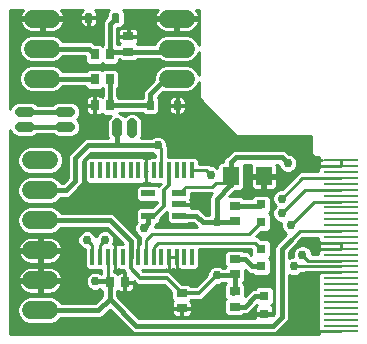
<source format=gtl>
G75*
%MOIN*%
%OFA0B0*%
%FSLAX25Y25*%
%IPPOS*%
%LPD*%
%AMOC8*
5,1,8,0,0,1.08239X$1,22.5*
%
%ADD10R,0.05512X0.06299*%
%ADD11R,0.03150X0.03150*%
%ADD12R,0.03543X0.02756*%
%ADD13R,0.01370X0.05500*%
%ADD14R,0.02756X0.03543*%
%ADD15R,0.11811X0.00984*%
%ADD16C,0.05906*%
%ADD17R,0.04724X0.02165*%
%ADD18C,0.00744*%
%ADD19C,0.03369*%
%ADD20C,0.01000*%
%ADD21C,0.02975*%
%ADD22C,0.01600*%
%ADD23C,0.01200*%
D10*
X0194963Y0166571D03*
X0205987Y0166571D03*
D11*
X0205105Y0157126D03*
X0205105Y0151220D03*
X0205105Y0142362D03*
X0205105Y0136457D03*
X0206089Y0126614D03*
X0206089Y0120709D03*
D12*
X0196247Y0123071D03*
X0196247Y0128189D03*
X0196247Y0133898D03*
X0196247Y0139016D03*
X0196247Y0151614D03*
X0196247Y0156732D03*
X0178633Y0127654D03*
X0178633Y0122535D03*
X0160814Y0208110D03*
X0160814Y0213228D03*
D13*
X0161636Y0168465D03*
X0159077Y0168465D03*
X0156518Y0168465D03*
X0153959Y0168465D03*
X0151400Y0168465D03*
X0148841Y0168465D03*
X0164196Y0168465D03*
X0166755Y0168465D03*
X0169314Y0168465D03*
X0171873Y0168465D03*
X0174432Y0168465D03*
X0176991Y0168465D03*
X0179550Y0168465D03*
X0182109Y0168465D03*
X0182109Y0139677D03*
X0179550Y0139677D03*
X0176991Y0139677D03*
X0174432Y0139677D03*
X0171873Y0139677D03*
X0169314Y0139677D03*
X0166755Y0139677D03*
X0164196Y0139677D03*
X0161636Y0139677D03*
X0159077Y0139677D03*
X0156518Y0139677D03*
X0153959Y0139677D03*
X0151400Y0139677D03*
X0148841Y0139677D03*
D14*
X0154577Y0131244D03*
X0159696Y0131244D03*
X0154711Y0190197D03*
X0149593Y0190197D03*
X0149593Y0198858D03*
X0154711Y0198858D03*
X0154711Y0207126D03*
X0149593Y0207126D03*
D15*
X0231680Y0171890D03*
X0231680Y0169921D03*
X0231680Y0167953D03*
X0231680Y0165984D03*
X0231680Y0164016D03*
X0231680Y0162047D03*
X0231680Y0160079D03*
X0231680Y0158110D03*
X0231680Y0156142D03*
X0231680Y0154173D03*
X0231680Y0152205D03*
X0231680Y0150236D03*
X0231680Y0148268D03*
X0231680Y0146299D03*
X0231680Y0144331D03*
X0231680Y0142362D03*
X0231680Y0140394D03*
X0231680Y0138425D03*
X0231680Y0136457D03*
X0231680Y0134488D03*
X0231680Y0132520D03*
X0231680Y0130551D03*
X0231680Y0128583D03*
X0231680Y0126614D03*
X0231680Y0124646D03*
X0231680Y0122677D03*
X0231680Y0120709D03*
X0231680Y0118740D03*
X0231680Y0116772D03*
X0231680Y0114803D03*
D16*
X0134396Y0121850D02*
X0128491Y0121850D01*
X0128491Y0131850D02*
X0134396Y0131850D01*
X0134396Y0141850D02*
X0128491Y0141850D01*
X0128491Y0151850D02*
X0134396Y0151850D01*
X0134396Y0161850D02*
X0128491Y0161850D01*
X0128491Y0171850D02*
X0134396Y0171850D01*
X0135026Y0199094D02*
X0129121Y0199094D01*
X0129121Y0209094D02*
X0135026Y0209094D01*
X0135026Y0219094D02*
X0129121Y0219094D01*
X0174003Y0219094D02*
X0179908Y0219094D01*
X0179908Y0209094D02*
X0174003Y0209094D01*
X0174003Y0199094D02*
X0179908Y0199094D01*
D17*
X0177743Y0160866D03*
X0177743Y0157126D03*
X0177743Y0153386D03*
X0167506Y0153386D03*
X0167506Y0160866D03*
D18*
X0167229Y0188935D02*
X0168965Y0188935D01*
X0167229Y0188935D02*
X0167229Y0191459D01*
X0168965Y0191459D01*
X0168965Y0188935D01*
X0168965Y0189678D02*
X0167229Y0189678D01*
X0167229Y0190421D02*
X0168965Y0190421D01*
X0168965Y0191164D02*
X0167229Y0191164D01*
X0176284Y0188935D02*
X0178020Y0188935D01*
X0176284Y0188935D02*
X0176284Y0191459D01*
X0178020Y0191459D01*
X0178020Y0188935D01*
X0178020Y0189678D02*
X0176284Y0189678D01*
X0176284Y0190421D02*
X0178020Y0190421D01*
X0178020Y0191164D02*
X0176284Y0191164D01*
X0157548Y0220593D02*
X0155812Y0220593D01*
X0157548Y0220593D02*
X0157548Y0218069D01*
X0155812Y0218069D01*
X0155812Y0220593D01*
X0155812Y0218812D02*
X0157548Y0218812D01*
X0157548Y0219555D02*
X0155812Y0219555D01*
X0155812Y0220298D02*
X0157548Y0220298D01*
X0148493Y0220593D02*
X0146757Y0220593D01*
X0148493Y0220593D02*
X0148493Y0218069D01*
X0146757Y0218069D01*
X0146757Y0220593D01*
X0146757Y0218812D02*
X0148493Y0218812D01*
X0148493Y0219555D02*
X0146757Y0219555D01*
X0146757Y0220298D02*
X0148493Y0220298D01*
D19*
X0141435Y0187933D02*
X0138066Y0187933D01*
X0138066Y0183012D02*
X0141435Y0183012D01*
X0128049Y0183012D02*
X0124681Y0183012D01*
X0124681Y0187933D02*
X0128049Y0187933D01*
X0157172Y0184204D02*
X0157172Y0180835D01*
X0162093Y0180835D02*
X0162093Y0184204D01*
D20*
X0121475Y0181957D02*
X0121475Y0113850D01*
X0224345Y0113850D01*
X0224274Y0114114D01*
X0224274Y0114803D01*
X0224873Y0114803D01*
X0224873Y0114803D01*
X0224274Y0114803D01*
X0224274Y0115402D01*
X0224093Y0115583D01*
X0224093Y0133708D01*
X0224274Y0133889D01*
X0224274Y0134276D01*
X0218232Y0134276D01*
X0217727Y0133771D01*
X0216562Y0133288D01*
X0215301Y0133288D01*
X0214476Y0133630D01*
X0214476Y0119231D01*
X0214098Y0118319D01*
X0213400Y0117621D01*
X0210447Y0114668D01*
X0209536Y0114291D01*
X0162926Y0114291D01*
X0162015Y0114668D01*
X0161317Y0115366D01*
X0154577Y0122105D01*
X0152219Y0119747D01*
X0151307Y0119369D01*
X0138384Y0119369D01*
X0138325Y0119226D01*
X0137021Y0117922D01*
X0135318Y0117217D01*
X0127569Y0117217D01*
X0125866Y0117922D01*
X0124562Y0119226D01*
X0123857Y0120929D01*
X0123857Y0122772D01*
X0124562Y0124475D01*
X0125866Y0125779D01*
X0127569Y0126484D01*
X0135318Y0126484D01*
X0137021Y0125779D01*
X0138325Y0124475D01*
X0138384Y0124331D01*
X0149786Y0124331D01*
X0152096Y0126642D01*
X0152096Y0128198D01*
X0151518Y0128776D01*
X0151518Y0128822D01*
X0150420Y0128367D01*
X0149160Y0128367D01*
X0147995Y0128849D01*
X0147104Y0129741D01*
X0146622Y0130905D01*
X0146622Y0132166D01*
X0147104Y0133330D01*
X0147995Y0134222D01*
X0149160Y0134704D01*
X0150420Y0134704D01*
X0151585Y0134222D01*
X0151778Y0134028D01*
X0151778Y0135246D01*
X0147460Y0135246D01*
X0146475Y0136231D01*
X0146475Y0142146D01*
X0146404Y0142146D01*
X0145239Y0142629D01*
X0144348Y0143520D01*
X0143866Y0144685D01*
X0143866Y0145945D01*
X0144348Y0147110D01*
X0145239Y0148001D01*
X0146404Y0148483D01*
X0147664Y0148483D01*
X0148829Y0148001D01*
X0149720Y0147110D01*
X0149987Y0146466D01*
X0150253Y0147110D01*
X0151145Y0148001D01*
X0152309Y0148483D01*
X0153570Y0148483D01*
X0154734Y0148001D01*
X0155626Y0147110D01*
X0156108Y0145945D01*
X0156108Y0144685D01*
X0155794Y0143927D01*
X0156518Y0143927D01*
X0156518Y0139677D01*
X0156518Y0139677D01*
X0156518Y0135427D01*
X0156140Y0135427D01*
X0156140Y0134697D01*
X0156652Y0134697D01*
X0157265Y0134084D01*
X0157397Y0134216D01*
X0157739Y0134414D01*
X0158120Y0134516D01*
X0159507Y0134516D01*
X0159507Y0131433D01*
X0159885Y0131433D01*
X0162573Y0131433D01*
X0162573Y0131668D01*
X0163806Y0130435D01*
X0172625Y0130435D01*
X0175180Y0127880D01*
X0175180Y0125579D01*
X0175793Y0124966D01*
X0175661Y0124834D01*
X0175463Y0124492D01*
X0175361Y0124111D01*
X0175361Y0122724D01*
X0178443Y0122724D01*
X0178443Y0122346D01*
X0175361Y0122346D01*
X0175361Y0120960D01*
X0175463Y0120578D01*
X0175661Y0120236D01*
X0175940Y0119957D01*
X0176282Y0119760D01*
X0176663Y0119657D01*
X0178444Y0119657D01*
X0178444Y0122346D01*
X0178822Y0122346D01*
X0178822Y0122724D01*
X0181904Y0122724D01*
X0181904Y0124111D01*
X0181802Y0124492D01*
X0181604Y0124834D01*
X0181472Y0124966D01*
X0181878Y0125372D01*
X0185436Y0125372D01*
X0190399Y0130335D01*
X0190971Y0130335D01*
X0192136Y0130818D01*
X0192341Y0131023D01*
X0193554Y0131023D01*
X0192794Y0130263D01*
X0192794Y0126115D01*
X0193279Y0125630D01*
X0192794Y0125145D01*
X0192794Y0120997D01*
X0193779Y0120012D01*
X0198715Y0120012D01*
X0199293Y0120590D01*
X0200087Y0120590D01*
X0200999Y0120967D01*
X0203604Y0123573D01*
X0203656Y0123520D01*
X0203593Y0123484D01*
X0203314Y0123204D01*
X0203117Y0122862D01*
X0203014Y0122481D01*
X0203014Y0120996D01*
X0205802Y0120996D01*
X0205802Y0120421D01*
X0203014Y0120421D01*
X0203014Y0119253D01*
X0164448Y0119253D01*
X0157059Y0126642D01*
X0157059Y0128198D01*
X0157265Y0128404D01*
X0157397Y0128272D01*
X0157739Y0128075D01*
X0158120Y0127972D01*
X0159507Y0127972D01*
X0159507Y0131055D01*
X0159885Y0131055D01*
X0159885Y0131433D01*
X0159885Y0134357D01*
X0159355Y0134886D01*
X0159355Y0135246D01*
X0157696Y0135246D01*
X0157491Y0135451D01*
X0157401Y0135427D01*
X0156518Y0135427D01*
X0156518Y0139677D01*
X0156518Y0139677D01*
X0156518Y0143927D01*
X0157401Y0143927D01*
X0157491Y0143903D01*
X0157696Y0144108D01*
X0158905Y0144108D01*
X0153644Y0149369D01*
X0138384Y0149369D01*
X0138325Y0149226D01*
X0137021Y0147922D01*
X0135318Y0147217D01*
X0127569Y0147217D01*
X0125866Y0147922D01*
X0124562Y0149226D01*
X0123857Y0150929D01*
X0123857Y0152772D01*
X0124562Y0154475D01*
X0125866Y0155779D01*
X0127569Y0156484D01*
X0135318Y0156484D01*
X0137021Y0155779D01*
X0138325Y0154475D01*
X0138384Y0154331D01*
X0155165Y0154331D01*
X0156077Y0153954D01*
X0163042Y0146989D01*
X0163740Y0146291D01*
X0164118Y0145379D01*
X0164118Y0143927D01*
X0164195Y0143927D01*
X0164195Y0139677D01*
X0164196Y0139677D01*
X0164196Y0143927D01*
X0164573Y0143927D01*
X0164573Y0146254D01*
X0164666Y0146347D01*
X0164137Y0146566D01*
X0163246Y0147457D01*
X0162763Y0148622D01*
X0162763Y0149882D01*
X0163246Y0151047D01*
X0163634Y0151435D01*
X0163463Y0151607D01*
X0163463Y0155165D01*
X0164448Y0156150D01*
X0168816Y0156150D01*
X0170344Y0157677D01*
X0170344Y0158102D01*
X0164448Y0158102D01*
X0163463Y0159087D01*
X0163463Y0162645D01*
X0164448Y0163630D01*
X0170565Y0163630D01*
X0170871Y0163323D01*
X0171582Y0164033D01*
X0167932Y0164033D01*
X0167727Y0164239D01*
X0167637Y0164215D01*
X0166755Y0164215D01*
X0166755Y0168464D01*
X0166755Y0168464D01*
X0166755Y0164215D01*
X0165872Y0164215D01*
X0165782Y0164239D01*
X0165577Y0164033D01*
X0147460Y0164033D01*
X0146475Y0165018D01*
X0146475Y0171911D01*
X0147460Y0172896D01*
X0165577Y0172896D01*
X0165782Y0172690D01*
X0165872Y0172715D01*
X0166755Y0172715D01*
X0166755Y0168465D01*
X0166755Y0168465D01*
X0166755Y0172715D01*
X0167637Y0172715D01*
X0167727Y0172690D01*
X0167932Y0172896D01*
X0169692Y0172896D01*
X0169692Y0173781D01*
X0168861Y0174125D01*
X0168656Y0174330D01*
X0148456Y0174330D01*
X0145578Y0171453D01*
X0145578Y0164506D01*
X0145200Y0163595D01*
X0144503Y0162897D01*
X0141353Y0159747D01*
X0140441Y0159369D01*
X0138384Y0159369D01*
X0138325Y0159226D01*
X0137021Y0157922D01*
X0135318Y0157217D01*
X0127569Y0157217D01*
X0125866Y0157922D01*
X0124562Y0159226D01*
X0123857Y0160929D01*
X0123857Y0162772D01*
X0124562Y0164475D01*
X0125866Y0165779D01*
X0127569Y0166484D01*
X0135318Y0166484D01*
X0137021Y0165779D01*
X0138325Y0164475D01*
X0138384Y0164331D01*
X0138920Y0164331D01*
X0140616Y0166028D01*
X0140616Y0172974D01*
X0140994Y0173886D01*
X0145324Y0178216D01*
X0146022Y0178914D01*
X0146934Y0179292D01*
X0154169Y0179292D01*
X0153807Y0180166D01*
X0153807Y0184873D01*
X0154319Y0186110D01*
X0154953Y0186744D01*
X0152637Y0186744D01*
X0152024Y0187357D01*
X0151892Y0187225D01*
X0151550Y0187027D01*
X0151169Y0186925D01*
X0149782Y0186925D01*
X0149782Y0190008D01*
X0149404Y0190008D01*
X0146715Y0190008D01*
X0146715Y0188228D01*
X0146817Y0187846D01*
X0147015Y0187504D01*
X0147294Y0187225D01*
X0147636Y0187027D01*
X0148018Y0186925D01*
X0149404Y0186925D01*
X0149404Y0190008D01*
X0149404Y0190386D01*
X0146715Y0190386D01*
X0146715Y0192166D01*
X0146817Y0192547D01*
X0147015Y0192890D01*
X0147294Y0193169D01*
X0147636Y0193366D01*
X0148018Y0193468D01*
X0149404Y0193468D01*
X0149404Y0190386D01*
X0149782Y0190386D01*
X0149782Y0193468D01*
X0151169Y0193468D01*
X0151550Y0193366D01*
X0151892Y0193169D01*
X0152024Y0193037D01*
X0152230Y0193243D01*
X0152230Y0195812D01*
X0152152Y0195890D01*
X0151667Y0195406D01*
X0147519Y0195406D01*
X0146534Y0196390D01*
X0146534Y0196613D01*
X0139014Y0196613D01*
X0138955Y0196470D01*
X0137651Y0195166D01*
X0135948Y0194461D01*
X0128199Y0194461D01*
X0126496Y0195166D01*
X0125192Y0196470D01*
X0124487Y0198173D01*
X0124487Y0200016D01*
X0125192Y0201719D01*
X0126496Y0203023D01*
X0128199Y0203728D01*
X0135948Y0203728D01*
X0137651Y0203023D01*
X0138955Y0201719D01*
X0139014Y0201576D01*
X0146783Y0201576D01*
X0147519Y0202311D01*
X0151667Y0202311D01*
X0152152Y0201826D01*
X0152637Y0202311D01*
X0156786Y0202311D01*
X0157770Y0201326D01*
X0157770Y0196390D01*
X0157192Y0195812D01*
X0157192Y0193243D01*
X0157757Y0192678D01*
X0165545Y0192678D01*
X0165616Y0192749D01*
X0165616Y0194431D01*
X0165994Y0195342D01*
X0169369Y0198717D01*
X0169369Y0200016D01*
X0170074Y0201719D01*
X0171378Y0203023D01*
X0173081Y0203728D01*
X0180830Y0203728D01*
X0182533Y0203023D01*
X0183837Y0201719D01*
X0184404Y0200349D01*
X0184404Y0207840D01*
X0183837Y0206470D01*
X0182533Y0205166D01*
X0180830Y0204461D01*
X0173081Y0204461D01*
X0171378Y0205166D01*
X0170915Y0205629D01*
X0163860Y0205629D01*
X0163282Y0205051D01*
X0158346Y0205051D01*
X0157770Y0205627D01*
X0157770Y0204658D01*
X0156786Y0203673D01*
X0152637Y0203673D01*
X0152152Y0204158D01*
X0151667Y0203673D01*
X0147519Y0203673D01*
X0146534Y0204658D01*
X0146534Y0206613D01*
X0139014Y0206613D01*
X0138955Y0206470D01*
X0137651Y0205166D01*
X0135948Y0204461D01*
X0128199Y0204461D01*
X0126496Y0205166D01*
X0125192Y0206470D01*
X0124487Y0208173D01*
X0124487Y0210016D01*
X0125192Y0211719D01*
X0126496Y0213023D01*
X0128199Y0213728D01*
X0135948Y0213728D01*
X0137651Y0213023D01*
X0138955Y0211719D01*
X0139014Y0211576D01*
X0148118Y0211576D01*
X0149030Y0211198D01*
X0149649Y0210579D01*
X0151667Y0210579D01*
X0152152Y0210094D01*
X0152230Y0210172D01*
X0152230Y0217856D01*
X0152608Y0218768D01*
X0153306Y0219466D01*
X0153759Y0219918D01*
X0153759Y0221443D01*
X0154371Y0222055D01*
X0149678Y0222055D01*
X0149991Y0221742D01*
X0150237Y0221315D01*
X0150365Y0220839D01*
X0150365Y0219451D01*
X0147745Y0219451D01*
X0147745Y0219211D01*
X0150365Y0219211D01*
X0150365Y0217822D01*
X0150237Y0217346D01*
X0149991Y0216919D01*
X0149642Y0216571D01*
X0149215Y0216324D01*
X0148739Y0216197D01*
X0147745Y0216197D01*
X0147745Y0219211D01*
X0147505Y0219211D01*
X0147505Y0216197D01*
X0146510Y0216197D01*
X0146034Y0216324D01*
X0145607Y0216571D01*
X0145259Y0216919D01*
X0145012Y0217346D01*
X0144885Y0217822D01*
X0144885Y0219211D01*
X0147505Y0219211D01*
X0147505Y0219451D01*
X0144885Y0219451D01*
X0144885Y0220839D01*
X0145012Y0221315D01*
X0145259Y0221742D01*
X0145572Y0222055D01*
X0138363Y0222055D01*
X0138423Y0221995D01*
X0138835Y0221428D01*
X0139153Y0220804D01*
X0139369Y0220137D01*
X0139458Y0219579D01*
X0132558Y0219579D01*
X0132558Y0218610D01*
X0139458Y0218610D01*
X0139369Y0218052D01*
X0139153Y0217385D01*
X0138835Y0216761D01*
X0138423Y0216194D01*
X0137927Y0215698D01*
X0137360Y0215286D01*
X0136736Y0214968D01*
X0136069Y0214751D01*
X0135377Y0214642D01*
X0132558Y0214642D01*
X0132558Y0218610D01*
X0131589Y0218610D01*
X0131589Y0214642D01*
X0128770Y0214642D01*
X0128078Y0214751D01*
X0127411Y0214968D01*
X0126787Y0215286D01*
X0126220Y0215698D01*
X0125724Y0216194D01*
X0125312Y0216761D01*
X0124994Y0217385D01*
X0124778Y0218052D01*
X0124689Y0218610D01*
X0131589Y0218610D01*
X0131589Y0219579D01*
X0124689Y0219579D01*
X0124778Y0220137D01*
X0124994Y0220804D01*
X0125312Y0221428D01*
X0125724Y0221995D01*
X0125784Y0222055D01*
X0121475Y0222055D01*
X0121475Y0188988D01*
X0121828Y0189839D01*
X0122774Y0190786D01*
X0124011Y0191298D01*
X0128718Y0191298D01*
X0129955Y0190786D01*
X0130327Y0190414D01*
X0135788Y0190414D01*
X0136160Y0190786D01*
X0137397Y0191298D01*
X0142104Y0191298D01*
X0143341Y0190786D01*
X0144288Y0189839D01*
X0144800Y0188602D01*
X0144800Y0187264D01*
X0144288Y0186027D01*
X0143734Y0185472D01*
X0144288Y0184918D01*
X0144800Y0183681D01*
X0144800Y0182342D01*
X0144288Y0181105D01*
X0143341Y0180159D01*
X0142104Y0179646D01*
X0137397Y0179646D01*
X0136160Y0180159D01*
X0135788Y0180531D01*
X0130327Y0180531D01*
X0129955Y0180159D01*
X0128718Y0179646D01*
X0124011Y0179646D01*
X0122774Y0180159D01*
X0121828Y0181105D01*
X0121475Y0181957D01*
X0121475Y0181746D02*
X0121562Y0181746D01*
X0121475Y0180748D02*
X0122185Y0180748D01*
X0121475Y0179749D02*
X0123763Y0179749D01*
X0121475Y0178751D02*
X0145859Y0178751D01*
X0144860Y0177752D02*
X0121475Y0177752D01*
X0121475Y0176754D02*
X0143862Y0176754D01*
X0142863Y0175755D02*
X0137045Y0175755D01*
X0137021Y0175779D02*
X0135318Y0176484D01*
X0127569Y0176484D01*
X0125866Y0175779D01*
X0124562Y0174475D01*
X0123857Y0172772D01*
X0123857Y0170929D01*
X0124562Y0169226D01*
X0125866Y0167922D01*
X0127569Y0167217D01*
X0135318Y0167217D01*
X0137021Y0167922D01*
X0138325Y0169226D01*
X0139030Y0170929D01*
X0139030Y0172772D01*
X0138325Y0174475D01*
X0137021Y0175779D01*
X0138043Y0174757D02*
X0141865Y0174757D01*
X0140941Y0173758D02*
X0138622Y0173758D01*
X0139030Y0172760D02*
X0140616Y0172760D01*
X0140616Y0171761D02*
X0139030Y0171761D01*
X0138961Y0170763D02*
X0140616Y0170763D01*
X0140616Y0169764D02*
X0138548Y0169764D01*
X0137865Y0168766D02*
X0140616Y0168766D01*
X0140616Y0167767D02*
X0136647Y0167767D01*
X0137030Y0165770D02*
X0140358Y0165770D01*
X0140616Y0166769D02*
X0121475Y0166769D01*
X0121475Y0167767D02*
X0126240Y0167767D01*
X0125022Y0168766D02*
X0121475Y0168766D01*
X0121475Y0169764D02*
X0124339Y0169764D01*
X0123926Y0170763D02*
X0121475Y0170763D01*
X0121475Y0171761D02*
X0123857Y0171761D01*
X0123857Y0172760D02*
X0121475Y0172760D01*
X0121475Y0173758D02*
X0124265Y0173758D01*
X0124844Y0174757D02*
X0121475Y0174757D01*
X0121475Y0175755D02*
X0125842Y0175755D01*
X0128966Y0179749D02*
X0137149Y0179749D01*
X0142352Y0179749D02*
X0153979Y0179749D01*
X0153807Y0180748D02*
X0143930Y0180748D01*
X0144553Y0181746D02*
X0153807Y0181746D01*
X0153807Y0182745D02*
X0144800Y0182745D01*
X0144775Y0183743D02*
X0153807Y0183743D01*
X0153807Y0184742D02*
X0144361Y0184742D01*
X0144001Y0185740D02*
X0154166Y0185740D01*
X0154947Y0186739D02*
X0144583Y0186739D01*
X0144800Y0187737D02*
X0146880Y0187737D01*
X0146715Y0188736D02*
X0144745Y0188736D01*
X0144331Y0189734D02*
X0146715Y0189734D01*
X0146715Y0190733D02*
X0143395Y0190733D01*
X0146715Y0191731D02*
X0121475Y0191731D01*
X0121475Y0190733D02*
X0122721Y0190733D01*
X0121784Y0189734D02*
X0121475Y0189734D01*
X0121475Y0192730D02*
X0146923Y0192730D01*
X0149404Y0192730D02*
X0149782Y0192730D01*
X0149782Y0191731D02*
X0149404Y0191731D01*
X0149404Y0190733D02*
X0149782Y0190733D01*
X0149782Y0189734D02*
X0149404Y0189734D01*
X0149404Y0188736D02*
X0149782Y0188736D01*
X0149782Y0187737D02*
X0149404Y0187737D01*
X0157611Y0187569D02*
X0157757Y0187716D01*
X0165545Y0187716D01*
X0166379Y0186882D01*
X0169816Y0186882D01*
X0171018Y0188085D01*
X0171018Y0192309D01*
X0170578Y0192749D01*
X0170578Y0192909D01*
X0172408Y0194739D01*
X0173081Y0194461D01*
X0180830Y0194461D01*
X0182533Y0195166D01*
X0183837Y0196470D01*
X0184404Y0197840D01*
X0184404Y0192518D01*
X0195822Y0181101D01*
X0196993Y0179929D01*
X0221806Y0179929D01*
X0221806Y0174014D01*
X0222977Y0172843D01*
X0224345Y0172843D01*
X0224274Y0172579D01*
X0224274Y0171890D01*
X0225489Y0171890D01*
X0225488Y0171890D01*
X0224274Y0171890D01*
X0224274Y0171200D01*
X0224353Y0170905D01*
X0224274Y0170611D01*
X0224274Y0169921D01*
X0224274Y0169322D01*
X0224093Y0169141D01*
X0224093Y0168165D01*
X0217981Y0168165D01*
X0212079Y0162263D01*
X0211364Y0162263D01*
X0210200Y0161781D01*
X0209309Y0160889D01*
X0208826Y0159725D01*
X0208826Y0158464D01*
X0209309Y0157300D01*
X0209974Y0156634D01*
X0209309Y0155968D01*
X0208826Y0154803D01*
X0208826Y0153543D01*
X0209309Y0152378D01*
X0210200Y0151487D01*
X0211364Y0151005D01*
X0211836Y0151005D01*
X0211779Y0150866D01*
X0211779Y0149606D01*
X0212261Y0148441D01*
X0213153Y0147550D01*
X0213521Y0147397D01*
X0210589Y0144466D01*
X0209891Y0143768D01*
X0209514Y0142856D01*
X0209514Y0120752D01*
X0209164Y0120402D01*
X0209164Y0120421D01*
X0206377Y0120421D01*
X0206377Y0120996D01*
X0209164Y0120996D01*
X0209164Y0122481D01*
X0209062Y0122862D01*
X0208864Y0123204D01*
X0208585Y0123484D01*
X0208522Y0123520D01*
X0209345Y0124343D01*
X0209345Y0128885D01*
X0208360Y0129870D01*
X0203818Y0129870D01*
X0203043Y0129095D01*
X0202643Y0129095D01*
X0201731Y0128718D01*
X0201033Y0128020D01*
X0199699Y0126686D01*
X0199699Y0130263D01*
X0198919Y0131043D01*
X0199699Y0131823D01*
X0199699Y0135401D01*
X0200049Y0135051D01*
X0200747Y0134353D01*
X0201659Y0133976D01*
X0202059Y0133976D01*
X0202834Y0133201D01*
X0207376Y0133201D01*
X0208361Y0134186D01*
X0208361Y0138728D01*
X0207679Y0139409D01*
X0208361Y0140091D01*
X0208361Y0144633D01*
X0207376Y0145618D01*
X0204934Y0145618D01*
X0204040Y0146512D01*
X0203481Y0146512D01*
X0204934Y0147965D01*
X0207376Y0147965D01*
X0208361Y0148949D01*
X0208361Y0153492D01*
X0207679Y0154173D01*
X0208361Y0154855D01*
X0208361Y0159397D01*
X0207376Y0160382D01*
X0202834Y0160382D01*
X0201849Y0159397D01*
X0201849Y0159213D01*
X0199293Y0159213D01*
X0198715Y0159791D01*
X0194547Y0159791D01*
X0196100Y0161344D01*
X0196369Y0161456D01*
X0196653Y0161740D01*
X0198415Y0161740D01*
X0199400Y0162725D01*
X0199400Y0170393D01*
X0201887Y0170393D01*
X0201833Y0170299D01*
X0201731Y0169918D01*
X0201731Y0167071D01*
X0205487Y0167071D01*
X0205487Y0166071D01*
X0206487Y0166071D01*
X0206487Y0167071D01*
X0210243Y0167071D01*
X0210243Y0169918D01*
X0210141Y0170299D01*
X0210087Y0170393D01*
X0210795Y0170393D01*
X0210795Y0170275D01*
X0211277Y0169111D01*
X0212168Y0168219D01*
X0213333Y0167737D01*
X0214594Y0167737D01*
X0215758Y0168219D01*
X0216649Y0169111D01*
X0217132Y0170275D01*
X0217132Y0171536D01*
X0216649Y0172700D01*
X0215758Y0173592D01*
X0214594Y0174074D01*
X0214304Y0174074D01*
X0214098Y0174279D01*
X0213400Y0174977D01*
X0212488Y0175355D01*
X0196178Y0175355D01*
X0195266Y0174977D01*
X0193558Y0173269D01*
X0192860Y0172571D01*
X0192482Y0171659D01*
X0192482Y0171402D01*
X0191511Y0171402D01*
X0190526Y0170417D01*
X0190526Y0169296D01*
X0190168Y0169655D01*
X0189003Y0170137D01*
X0188289Y0170137D01*
X0187780Y0170646D01*
X0184475Y0170646D01*
X0184475Y0171911D01*
X0183490Y0172896D01*
X0174054Y0172896D01*
X0174054Y0176498D01*
X0173825Y0176727D01*
X0173825Y0177441D01*
X0173342Y0178606D01*
X0172451Y0179497D01*
X0171286Y0179980D01*
X0170026Y0179980D01*
X0168861Y0179497D01*
X0168656Y0179292D01*
X0165097Y0179292D01*
X0165459Y0180166D01*
X0165459Y0184873D01*
X0164946Y0186110D01*
X0163999Y0187057D01*
X0162763Y0187569D01*
X0161424Y0187569D01*
X0160187Y0187057D01*
X0159633Y0186503D01*
X0159078Y0187057D01*
X0157841Y0187569D01*
X0157611Y0187569D01*
X0159396Y0186739D02*
X0159869Y0186739D01*
X0164318Y0186739D02*
X0190183Y0186739D01*
X0189185Y0187737D02*
X0179470Y0187737D01*
X0179518Y0187786D02*
X0179765Y0188212D01*
X0179892Y0188689D01*
X0179892Y0190077D01*
X0177272Y0190077D01*
X0177272Y0187063D01*
X0178267Y0187063D01*
X0178743Y0187191D01*
X0179170Y0187437D01*
X0179518Y0187786D01*
X0179892Y0188736D02*
X0188186Y0188736D01*
X0187188Y0189734D02*
X0179892Y0189734D01*
X0179892Y0190317D02*
X0179892Y0191705D01*
X0179765Y0192181D01*
X0179518Y0192608D01*
X0179170Y0192957D01*
X0178743Y0193203D01*
X0178267Y0193331D01*
X0177272Y0193331D01*
X0177272Y0190317D01*
X0177032Y0190317D01*
X0177032Y0190077D01*
X0174412Y0190077D01*
X0174412Y0188689D01*
X0174540Y0188212D01*
X0174786Y0187786D01*
X0175135Y0187437D01*
X0175562Y0187191D01*
X0176038Y0187063D01*
X0177032Y0187063D01*
X0177032Y0190077D01*
X0177272Y0190077D01*
X0177272Y0190317D01*
X0179892Y0190317D01*
X0179892Y0190733D02*
X0186189Y0190733D01*
X0185191Y0191731D02*
X0179885Y0191731D01*
X0179397Y0192730D02*
X0184404Y0192730D01*
X0184404Y0193728D02*
X0171397Y0193728D01*
X0170598Y0192730D02*
X0174908Y0192730D01*
X0174786Y0192608D02*
X0174540Y0192181D01*
X0174412Y0191705D01*
X0174412Y0190317D01*
X0177032Y0190317D01*
X0177032Y0193331D01*
X0176038Y0193331D01*
X0175562Y0193203D01*
X0175135Y0192957D01*
X0174786Y0192608D01*
X0174419Y0191731D02*
X0171018Y0191731D01*
X0171018Y0190733D02*
X0174412Y0190733D01*
X0174412Y0189734D02*
X0171018Y0189734D01*
X0171018Y0188736D02*
X0174412Y0188736D01*
X0174834Y0187737D02*
X0170671Y0187737D01*
X0165099Y0185740D02*
X0191182Y0185740D01*
X0192180Y0184742D02*
X0165459Y0184742D01*
X0165459Y0183743D02*
X0193179Y0183743D01*
X0192050Y0184146D02*
X0190475Y0182571D01*
X0183475Y0182571D01*
X0182975Y0182071D01*
X0182975Y0179130D01*
X0173696Y0177752D02*
X0221806Y0177752D01*
X0221806Y0176754D02*
X0173825Y0176754D01*
X0174054Y0175755D02*
X0221806Y0175755D01*
X0221806Y0174757D02*
X0213621Y0174757D01*
X0215356Y0173758D02*
X0222062Y0173758D01*
X0224323Y0172760D02*
X0216590Y0172760D01*
X0217038Y0171761D02*
X0224274Y0171761D01*
X0224315Y0170763D02*
X0217132Y0170763D01*
X0216920Y0169764D02*
X0224274Y0169764D01*
X0224274Y0169921D02*
X0224873Y0169921D01*
X0224873Y0169921D01*
X0224274Y0169921D01*
X0224093Y0168766D02*
X0216304Y0168766D01*
X0217583Y0167767D02*
X0214666Y0167767D01*
X0213261Y0167767D02*
X0210243Y0167767D01*
X0210243Y0168766D02*
X0211622Y0168766D01*
X0211006Y0169764D02*
X0210243Y0169764D01*
X0206487Y0166769D02*
X0216584Y0166769D01*
X0215586Y0165770D02*
X0210243Y0165770D01*
X0210243Y0166071D02*
X0206487Y0166071D01*
X0206487Y0161921D01*
X0208940Y0161921D01*
X0209322Y0162023D01*
X0209664Y0162221D01*
X0209943Y0162500D01*
X0210141Y0162842D01*
X0210243Y0163224D01*
X0210243Y0166071D01*
X0210243Y0164771D02*
X0214587Y0164771D01*
X0213589Y0163773D02*
X0210243Y0163773D01*
X0210101Y0162774D02*
X0212590Y0162774D01*
X0210195Y0161776D02*
X0198451Y0161776D01*
X0199400Y0162774D02*
X0201872Y0162774D01*
X0201833Y0162842D02*
X0202031Y0162500D01*
X0202310Y0162221D01*
X0202652Y0162023D01*
X0203033Y0161921D01*
X0205487Y0161921D01*
X0205487Y0166071D01*
X0201731Y0166071D01*
X0201731Y0163224D01*
X0201833Y0162842D01*
X0201731Y0163773D02*
X0199400Y0163773D01*
X0199400Y0164771D02*
X0201731Y0164771D01*
X0201731Y0165770D02*
X0199400Y0165770D01*
X0199400Y0166769D02*
X0205487Y0166769D01*
X0205487Y0165770D02*
X0206487Y0165770D01*
X0206487Y0164771D02*
X0205487Y0164771D01*
X0205487Y0163773D02*
X0206487Y0163773D01*
X0206487Y0162774D02*
X0205487Y0162774D01*
X0207979Y0159779D02*
X0208849Y0159779D01*
X0208826Y0158780D02*
X0208361Y0158780D01*
X0208361Y0157782D02*
X0209109Y0157782D01*
X0209825Y0156783D02*
X0208361Y0156783D01*
X0208361Y0155785D02*
X0209233Y0155785D01*
X0208826Y0154786D02*
X0208292Y0154786D01*
X0208065Y0153788D02*
X0208826Y0153788D01*
X0209138Y0152789D02*
X0208361Y0152789D01*
X0208361Y0151791D02*
X0209896Y0151791D01*
X0208361Y0150792D02*
X0211779Y0150792D01*
X0211779Y0149794D02*
X0208361Y0149794D01*
X0208207Y0148795D02*
X0212115Y0148795D01*
X0212906Y0147797D02*
X0204766Y0147797D01*
X0203767Y0146798D02*
X0212922Y0146798D01*
X0211924Y0145800D02*
X0204752Y0145800D01*
X0203136Y0144331D02*
X0205105Y0142362D01*
X0203136Y0144331D02*
X0170656Y0144331D01*
X0169314Y0142988D01*
X0169314Y0139677D01*
X0166755Y0139677D02*
X0166755Y0145350D01*
X0168688Y0147283D01*
X0201168Y0147283D01*
X0205105Y0151220D01*
X0211995Y0154173D02*
X0219869Y0162047D01*
X0231680Y0162047D01*
X0231680Y0165984D02*
X0218885Y0165984D01*
X0211995Y0159094D01*
X0209262Y0160777D02*
X0195533Y0160777D01*
X0194963Y0163559D02*
X0194963Y0166571D01*
X0192605Y0164213D01*
X0189948Y0164213D01*
X0188766Y0163031D01*
X0179909Y0163031D01*
X0177743Y0160866D01*
X0177785Y0157167D02*
X0181605Y0157167D01*
X0181605Y0158406D01*
X0181503Y0158788D01*
X0181497Y0158798D01*
X0181786Y0159087D01*
X0181786Y0160850D01*
X0188588Y0160850D01*
X0188238Y0160500D01*
X0187860Y0159588D01*
X0187860Y0153702D01*
X0186645Y0153702D01*
X0185555Y0154791D01*
X0184857Y0155489D01*
X0183945Y0155867D01*
X0181605Y0155867D01*
X0181605Y0157085D01*
X0177785Y0157085D01*
X0177785Y0157167D01*
X0181605Y0156783D02*
X0187860Y0156783D01*
X0187860Y0155785D02*
X0184143Y0155785D01*
X0185555Y0154791D02*
X0185555Y0154791D01*
X0185560Y0154786D02*
X0187860Y0154786D01*
X0187860Y0153788D02*
X0186558Y0153788D01*
X0183535Y0149794D02*
X0169764Y0149794D01*
X0169628Y0149465D02*
X0169987Y0150333D01*
X0169987Y0150622D01*
X0170565Y0150622D01*
X0171549Y0151607D01*
X0171549Y0152431D01*
X0173570Y0154451D01*
X0173700Y0154582D01*
X0173700Y0151607D01*
X0174685Y0150622D01*
X0180802Y0150622D01*
X0181084Y0150905D01*
X0182424Y0150905D01*
X0183864Y0149465D01*
X0169628Y0149465D01*
X0170735Y0150792D02*
X0174514Y0150792D01*
X0173700Y0151791D02*
X0171549Y0151791D01*
X0171908Y0152789D02*
X0173700Y0152789D01*
X0173700Y0153788D02*
X0172906Y0153788D01*
X0169450Y0156783D02*
X0121475Y0156783D01*
X0121475Y0155785D02*
X0125881Y0155785D01*
X0124874Y0154786D02*
X0121475Y0154786D01*
X0121475Y0153788D02*
X0124278Y0153788D01*
X0123864Y0152789D02*
X0121475Y0152789D01*
X0121475Y0151791D02*
X0123857Y0151791D01*
X0123913Y0150792D02*
X0121475Y0150792D01*
X0121475Y0149794D02*
X0124327Y0149794D01*
X0124993Y0148795D02*
X0121475Y0148795D01*
X0121475Y0147797D02*
X0126168Y0147797D01*
X0126782Y0145977D02*
X0126157Y0145659D01*
X0125590Y0145247D01*
X0125094Y0144751D01*
X0124682Y0144184D01*
X0124364Y0143560D01*
X0124148Y0142893D01*
X0124059Y0142335D01*
X0130959Y0142335D01*
X0130959Y0146303D01*
X0128140Y0146303D01*
X0127448Y0146193D01*
X0126782Y0145977D01*
X0126434Y0145800D02*
X0121475Y0145800D01*
X0121475Y0146798D02*
X0144219Y0146798D01*
X0143866Y0145800D02*
X0136453Y0145800D01*
X0136730Y0145659D02*
X0136106Y0145977D01*
X0135439Y0146193D01*
X0134747Y0146303D01*
X0131928Y0146303D01*
X0131928Y0142335D01*
X0130959Y0142335D01*
X0130959Y0141366D01*
X0124059Y0141366D01*
X0124148Y0140808D01*
X0124364Y0140141D01*
X0124682Y0139517D01*
X0125094Y0138950D01*
X0125590Y0138454D01*
X0126157Y0138042D01*
X0126782Y0137724D01*
X0127448Y0137507D01*
X0128140Y0137398D01*
X0130959Y0137398D01*
X0130959Y0141366D01*
X0131928Y0141366D01*
X0131928Y0142335D01*
X0138828Y0142335D01*
X0138739Y0142893D01*
X0138523Y0143560D01*
X0138205Y0144184D01*
X0137793Y0144751D01*
X0137297Y0145247D01*
X0136730Y0145659D01*
X0137743Y0144801D02*
X0143866Y0144801D01*
X0144231Y0143803D02*
X0138399Y0143803D01*
X0138753Y0142804D02*
X0145064Y0142804D01*
X0146475Y0141806D02*
X0131928Y0141806D01*
X0131928Y0141366D02*
X0138828Y0141366D01*
X0138739Y0140808D01*
X0138523Y0140141D01*
X0138205Y0139517D01*
X0137793Y0138950D01*
X0137297Y0138454D01*
X0136730Y0138042D01*
X0136106Y0137724D01*
X0135439Y0137507D01*
X0134747Y0137398D01*
X0131928Y0137398D01*
X0131928Y0141366D01*
X0131928Y0140807D02*
X0130959Y0140807D01*
X0130959Y0139809D02*
X0131928Y0139809D01*
X0131928Y0138810D02*
X0130959Y0138810D01*
X0130959Y0137812D02*
X0131928Y0137812D01*
X0131928Y0136303D02*
X0131928Y0132335D01*
X0130959Y0132335D01*
X0130959Y0136303D01*
X0128140Y0136303D01*
X0127448Y0136193D01*
X0126782Y0135977D01*
X0126157Y0135659D01*
X0125590Y0135247D01*
X0125094Y0134751D01*
X0124682Y0134184D01*
X0124364Y0133560D01*
X0124148Y0132893D01*
X0124059Y0132335D01*
X0130959Y0132335D01*
X0130959Y0131366D01*
X0124059Y0131366D01*
X0124148Y0130808D01*
X0124364Y0130141D01*
X0124682Y0129517D01*
X0125094Y0128950D01*
X0125590Y0128454D01*
X0126157Y0128042D01*
X0126782Y0127724D01*
X0127448Y0127507D01*
X0128140Y0127398D01*
X0130959Y0127398D01*
X0130959Y0131366D01*
X0131928Y0131366D01*
X0131928Y0132335D01*
X0138828Y0132335D01*
X0138739Y0132893D01*
X0138523Y0133560D01*
X0138205Y0134184D01*
X0137793Y0134751D01*
X0137297Y0135247D01*
X0136730Y0135659D01*
X0136106Y0135977D01*
X0135439Y0136193D01*
X0134747Y0136303D01*
X0131928Y0136303D01*
X0131928Y0135815D02*
X0130959Y0135815D01*
X0130959Y0134816D02*
X0131928Y0134816D01*
X0131928Y0133818D02*
X0130959Y0133818D01*
X0130959Y0132819D02*
X0131928Y0132819D01*
X0131928Y0131821D02*
X0146622Y0131821D01*
X0146656Y0130822D02*
X0138742Y0130822D01*
X0138739Y0130808D02*
X0138828Y0131366D01*
X0131928Y0131366D01*
X0131928Y0127398D01*
X0134747Y0127398D01*
X0135439Y0127507D01*
X0136106Y0127724D01*
X0136730Y0128042D01*
X0137297Y0128454D01*
X0137793Y0128950D01*
X0138205Y0129517D01*
X0138523Y0130141D01*
X0138739Y0130808D01*
X0138361Y0129824D02*
X0147070Y0129824D01*
X0148054Y0128825D02*
X0137668Y0128825D01*
X0136307Y0127827D02*
X0152096Y0127827D01*
X0152096Y0126828D02*
X0121475Y0126828D01*
X0121475Y0125830D02*
X0125989Y0125830D01*
X0124918Y0124831D02*
X0121475Y0124831D01*
X0121475Y0123833D02*
X0124296Y0123833D01*
X0123883Y0122834D02*
X0121475Y0122834D01*
X0121475Y0121836D02*
X0123857Y0121836D01*
X0123895Y0120837D02*
X0121475Y0120837D01*
X0121475Y0119838D02*
X0124309Y0119838D01*
X0124948Y0118840D02*
X0121475Y0118840D01*
X0121475Y0117841D02*
X0126060Y0117841D01*
X0121475Y0116843D02*
X0159840Y0116843D01*
X0160838Y0115844D02*
X0121475Y0115844D01*
X0121475Y0114846D02*
X0161837Y0114846D01*
X0158841Y0117841D02*
X0136827Y0117841D01*
X0137939Y0118840D02*
X0157843Y0118840D01*
X0156844Y0119838D02*
X0152311Y0119838D01*
X0153309Y0120837D02*
X0155846Y0120837D01*
X0154847Y0121836D02*
X0154308Y0121836D01*
X0150285Y0124831D02*
X0137969Y0124831D01*
X0136899Y0125830D02*
X0151284Y0125830D01*
X0157059Y0126828D02*
X0175180Y0126828D01*
X0175180Y0125830D02*
X0157871Y0125830D01*
X0158869Y0124831D02*
X0175659Y0124831D01*
X0175361Y0123833D02*
X0159868Y0123833D01*
X0160866Y0122834D02*
X0175361Y0122834D01*
X0175361Y0121836D02*
X0161865Y0121836D01*
X0162863Y0120837D02*
X0175394Y0120837D01*
X0176145Y0119838D02*
X0163862Y0119838D01*
X0161652Y0128075D02*
X0161271Y0127972D01*
X0159885Y0127972D01*
X0159885Y0131055D01*
X0162573Y0131055D01*
X0162573Y0129275D01*
X0162471Y0128893D01*
X0162274Y0128551D01*
X0161995Y0128272D01*
X0161652Y0128075D01*
X0162432Y0128825D02*
X0174235Y0128825D01*
X0175180Y0127827D02*
X0157059Y0127827D01*
X0159507Y0128825D02*
X0159885Y0128825D01*
X0159885Y0129824D02*
X0159507Y0129824D01*
X0159507Y0130822D02*
X0159885Y0130822D01*
X0159885Y0131821D02*
X0159507Y0131821D01*
X0159507Y0132819D02*
X0159885Y0132819D01*
X0159885Y0133818D02*
X0159507Y0133818D01*
X0159425Y0134816D02*
X0156140Y0134816D01*
X0156518Y0135815D02*
X0156518Y0135815D01*
X0156518Y0136813D02*
X0156518Y0136813D01*
X0156518Y0137812D02*
X0156518Y0137812D01*
X0156518Y0138810D02*
X0156518Y0138810D01*
X0156518Y0139809D02*
X0156518Y0139809D01*
X0156518Y0140807D02*
X0156518Y0140807D01*
X0156518Y0141806D02*
X0156518Y0141806D01*
X0156518Y0142804D02*
X0156518Y0142804D01*
X0156518Y0143803D02*
X0156518Y0143803D01*
X0156108Y0144801D02*
X0158212Y0144801D01*
X0157214Y0145800D02*
X0156108Y0145800D01*
X0156215Y0146798D02*
X0155755Y0146798D01*
X0155217Y0147797D02*
X0154939Y0147797D01*
X0154218Y0148795D02*
X0137895Y0148795D01*
X0136719Y0147797D02*
X0145035Y0147797D01*
X0147034Y0145315D02*
X0148841Y0143508D01*
X0148841Y0139677D01*
X0146475Y0139809D02*
X0138353Y0139809D01*
X0138739Y0140807D02*
X0146475Y0140807D01*
X0146475Y0138810D02*
X0137653Y0138810D01*
X0136278Y0137812D02*
X0146475Y0137812D01*
X0146475Y0136813D02*
X0121475Y0136813D01*
X0121475Y0135815D02*
X0126463Y0135815D01*
X0125159Y0134816D02*
X0121475Y0134816D01*
X0121475Y0133818D02*
X0124496Y0133818D01*
X0124136Y0132819D02*
X0121475Y0132819D01*
X0121475Y0131821D02*
X0130959Y0131821D01*
X0130959Y0130822D02*
X0131928Y0130822D01*
X0131928Y0129824D02*
X0130959Y0129824D01*
X0130959Y0128825D02*
X0131928Y0128825D01*
X0131928Y0127827D02*
X0130959Y0127827D01*
X0126580Y0127827D02*
X0121475Y0127827D01*
X0121475Y0128825D02*
X0125219Y0128825D01*
X0124526Y0129824D02*
X0121475Y0129824D01*
X0121475Y0130822D02*
X0124145Y0130822D01*
X0126609Y0137812D02*
X0121475Y0137812D01*
X0121475Y0138810D02*
X0125234Y0138810D01*
X0124534Y0139809D02*
X0121475Y0139809D01*
X0121475Y0140807D02*
X0124148Y0140807D01*
X0124134Y0142804D02*
X0121475Y0142804D01*
X0121475Y0141806D02*
X0130959Y0141806D01*
X0130959Y0142804D02*
X0131928Y0142804D01*
X0131928Y0143803D02*
X0130959Y0143803D01*
X0130959Y0144801D02*
X0131928Y0144801D01*
X0131928Y0145800D02*
X0130959Y0145800D01*
X0125145Y0144801D02*
X0121475Y0144801D01*
X0121475Y0143803D02*
X0124488Y0143803D01*
X0136424Y0135815D02*
X0146891Y0135815D01*
X0147591Y0133818D02*
X0138391Y0133818D01*
X0138751Y0132819D02*
X0146892Y0132819D01*
X0151778Y0134816D02*
X0137728Y0134816D01*
X0151400Y0139677D02*
X0151400Y0143776D01*
X0152940Y0145315D01*
X0150124Y0146798D02*
X0149849Y0146798D01*
X0149033Y0147797D02*
X0150941Y0147797D01*
X0158240Y0151791D02*
X0163463Y0151791D01*
X0163463Y0152789D02*
X0157242Y0152789D01*
X0156243Y0153788D02*
X0163463Y0153788D01*
X0163463Y0154786D02*
X0138014Y0154786D01*
X0137006Y0155785D02*
X0164083Y0155785D01*
X0163770Y0158780D02*
X0137880Y0158780D01*
X0136683Y0157782D02*
X0170344Y0157782D01*
X0163463Y0159779D02*
X0141385Y0159779D01*
X0142383Y0160777D02*
X0163463Y0160777D01*
X0163463Y0161776D02*
X0143382Y0161776D01*
X0144380Y0162774D02*
X0163592Y0162774D01*
X0166755Y0164771D02*
X0166755Y0164771D01*
X0166755Y0165770D02*
X0166755Y0165770D01*
X0166755Y0166769D02*
X0166755Y0166769D01*
X0166755Y0167767D02*
X0166755Y0167767D01*
X0166975Y0168244D02*
X0166755Y0168465D01*
X0166755Y0168766D02*
X0166755Y0168766D01*
X0166755Y0169764D02*
X0166755Y0169764D01*
X0166755Y0170763D02*
X0166755Y0170763D01*
X0166755Y0171761D02*
X0166755Y0171761D01*
X0167796Y0172760D02*
X0165713Y0172760D01*
X0169692Y0173758D02*
X0147884Y0173758D01*
X0147324Y0172760D02*
X0146885Y0172760D01*
X0146475Y0171761D02*
X0145887Y0171761D01*
X0145578Y0170763D02*
X0146475Y0170763D01*
X0146475Y0169764D02*
X0145578Y0169764D01*
X0145578Y0168766D02*
X0146475Y0168766D01*
X0146475Y0167767D02*
X0145578Y0167767D01*
X0145578Y0166769D02*
X0146475Y0166769D01*
X0146475Y0165770D02*
X0145578Y0165770D01*
X0145578Y0164771D02*
X0146722Y0164771D01*
X0145274Y0163773D02*
X0171321Y0163773D01*
X0171873Y0168465D02*
X0171873Y0175594D01*
X0170656Y0176811D01*
X0169470Y0179749D02*
X0165286Y0179749D01*
X0165459Y0180748D02*
X0196175Y0180748D01*
X0195822Y0181101D02*
X0195822Y0181101D01*
X0195176Y0181746D02*
X0165459Y0181746D01*
X0165459Y0182745D02*
X0194178Y0182745D01*
X0195046Y0174757D02*
X0174054Y0174757D01*
X0174054Y0173758D02*
X0194047Y0173758D01*
X0193049Y0172760D02*
X0183626Y0172760D01*
X0184475Y0171761D02*
X0192524Y0171761D01*
X0190872Y0170763D02*
X0184475Y0170763D01*
X0182109Y0168465D02*
X0186877Y0168465D01*
X0188373Y0166969D01*
X0189903Y0169764D02*
X0190526Y0169764D01*
X0199400Y0169764D02*
X0201731Y0169764D01*
X0201731Y0168766D02*
X0199400Y0168766D01*
X0199400Y0167767D02*
X0201731Y0167767D01*
X0202231Y0159779D02*
X0198727Y0159779D01*
X0188515Y0160777D02*
X0181786Y0160777D01*
X0181786Y0159779D02*
X0187939Y0159779D01*
X0187860Y0158780D02*
X0181505Y0158780D01*
X0181605Y0157782D02*
X0187860Y0157782D01*
X0182536Y0150792D02*
X0180972Y0150792D01*
X0195475Y0151571D02*
X0196247Y0151614D01*
X0208193Y0144801D02*
X0210925Y0144801D01*
X0209926Y0143803D02*
X0208361Y0143803D01*
X0208361Y0142804D02*
X0209514Y0142804D01*
X0209514Y0141806D02*
X0208361Y0141806D01*
X0208361Y0140807D02*
X0209514Y0140807D01*
X0209514Y0139809D02*
X0208079Y0139809D01*
X0208279Y0138810D02*
X0209514Y0138810D01*
X0209514Y0137812D02*
X0208361Y0137812D01*
X0208361Y0136813D02*
X0209514Y0136813D01*
X0209514Y0135815D02*
X0208361Y0135815D01*
X0208361Y0134816D02*
X0209514Y0134816D01*
X0209514Y0133818D02*
X0207993Y0133818D01*
X0209514Y0132819D02*
X0199699Y0132819D01*
X0199697Y0131821D02*
X0209514Y0131821D01*
X0209514Y0130822D02*
X0199141Y0130822D01*
X0199699Y0129824D02*
X0203772Y0129824D01*
X0201991Y0128825D02*
X0199699Y0128825D01*
X0199699Y0127827D02*
X0200840Y0127827D01*
X0199842Y0126828D02*
X0199699Y0126828D01*
X0205034Y0126630D02*
X0205475Y0127071D01*
X0206089Y0126614D01*
X0209345Y0126828D02*
X0209514Y0126828D01*
X0209514Y0125830D02*
X0209345Y0125830D01*
X0209345Y0124831D02*
X0209514Y0124831D01*
X0209514Y0123833D02*
X0208835Y0123833D01*
X0209069Y0122834D02*
X0209514Y0122834D01*
X0209514Y0121836D02*
X0209164Y0121836D01*
X0209514Y0120837D02*
X0206377Y0120837D01*
X0205802Y0120837D02*
X0200684Y0120837D01*
X0201867Y0121836D02*
X0203014Y0121836D01*
X0203109Y0122834D02*
X0202865Y0122834D01*
X0203014Y0119838D02*
X0181120Y0119838D01*
X0180983Y0119760D02*
X0181325Y0119957D01*
X0181604Y0120236D01*
X0181802Y0120578D01*
X0181904Y0120960D01*
X0181904Y0122346D01*
X0178822Y0122346D01*
X0178822Y0119657D01*
X0180602Y0119657D01*
X0180983Y0119760D01*
X0181871Y0120837D02*
X0192954Y0120837D01*
X0192794Y0121836D02*
X0181904Y0121836D01*
X0181904Y0122834D02*
X0192794Y0122834D01*
X0192794Y0123833D02*
X0181904Y0123833D01*
X0181606Y0124831D02*
X0192794Y0124831D01*
X0193079Y0125830D02*
X0185893Y0125830D01*
X0186891Y0126828D02*
X0192794Y0126828D01*
X0192794Y0127827D02*
X0187890Y0127827D01*
X0188888Y0128825D02*
X0192794Y0128825D01*
X0192794Y0129824D02*
X0189887Y0129824D01*
X0192140Y0130822D02*
X0193353Y0130822D01*
X0187173Y0133561D02*
X0183546Y0129935D01*
X0181878Y0129935D01*
X0181101Y0130713D01*
X0178799Y0130713D01*
X0174514Y0134998D01*
X0165696Y0134998D01*
X0165447Y0135246D01*
X0173254Y0135246D01*
X0173459Y0135451D01*
X0173549Y0135427D01*
X0174432Y0135427D01*
X0175314Y0135427D01*
X0175696Y0135529D01*
X0175711Y0135538D01*
X0175727Y0135529D01*
X0176108Y0135427D01*
X0176991Y0135427D01*
X0177873Y0135427D01*
X0177963Y0135451D01*
X0178168Y0135246D01*
X0183490Y0135246D01*
X0184475Y0136231D01*
X0184475Y0142150D01*
X0201849Y0142150D01*
X0201849Y0140269D01*
X0200999Y0141119D01*
X0200087Y0141497D01*
X0199293Y0141497D01*
X0198715Y0142075D01*
X0193779Y0142075D01*
X0192794Y0141090D01*
X0192794Y0136941D01*
X0193279Y0136457D01*
X0192807Y0135985D01*
X0192341Y0135985D01*
X0192136Y0136190D01*
X0190971Y0136672D01*
X0189711Y0136672D01*
X0188546Y0136190D01*
X0187655Y0135299D01*
X0187173Y0134134D01*
X0187173Y0133561D01*
X0187173Y0133818D02*
X0175694Y0133818D01*
X0174696Y0134816D02*
X0187455Y0134816D01*
X0188171Y0135815D02*
X0184059Y0135815D01*
X0184475Y0136813D02*
X0192922Y0136813D01*
X0192794Y0137812D02*
X0184475Y0137812D01*
X0184475Y0138810D02*
X0192794Y0138810D01*
X0192794Y0139809D02*
X0184475Y0139809D01*
X0184475Y0140807D02*
X0192794Y0140807D01*
X0193510Y0141806D02*
X0184475Y0141806D01*
X0176991Y0139677D02*
X0176991Y0135427D01*
X0176991Y0139677D01*
X0176991Y0139677D01*
X0174432Y0139677D01*
X0174432Y0139677D01*
X0174432Y0135427D01*
X0174432Y0139677D01*
X0174432Y0139677D01*
X0176617Y0139677D01*
X0176991Y0139677D01*
X0176991Y0139677D01*
X0176991Y0138810D02*
X0176991Y0138810D01*
X0176991Y0137812D02*
X0176991Y0137812D01*
X0176991Y0136813D02*
X0176991Y0136813D01*
X0176991Y0135815D02*
X0176991Y0135815D01*
X0174432Y0135815D02*
X0174432Y0135815D01*
X0174432Y0136813D02*
X0174432Y0136813D01*
X0174432Y0137812D02*
X0174432Y0137812D01*
X0174432Y0138810D02*
X0174432Y0138810D01*
X0164196Y0139809D02*
X0164195Y0139809D01*
X0164195Y0140807D02*
X0164196Y0140807D01*
X0164195Y0141806D02*
X0164196Y0141806D01*
X0164195Y0142804D02*
X0164196Y0142804D01*
X0164195Y0143803D02*
X0164196Y0143803D01*
X0164118Y0144801D02*
X0164573Y0144801D01*
X0164573Y0145800D02*
X0163943Y0145800D01*
X0163904Y0146798D02*
X0163233Y0146798D01*
X0163105Y0147797D02*
X0162234Y0147797D01*
X0162763Y0148795D02*
X0161236Y0148795D01*
X0160237Y0149794D02*
X0162763Y0149794D01*
X0163140Y0150792D02*
X0159239Y0150792D01*
X0153959Y0139677D02*
X0153959Y0131862D01*
X0154577Y0131244D01*
X0162573Y0130822D02*
X0163419Y0130822D01*
X0162573Y0129824D02*
X0173237Y0129824D01*
X0176693Y0132819D02*
X0186430Y0132819D01*
X0185432Y0131821D02*
X0177691Y0131821D01*
X0178690Y0130822D02*
X0184433Y0130822D01*
X0178822Y0121836D02*
X0178444Y0121836D01*
X0178444Y0120837D02*
X0178822Y0120837D01*
X0178822Y0119838D02*
X0178444Y0119838D01*
X0199699Y0133818D02*
X0202217Y0133818D01*
X0200284Y0134816D02*
X0199699Y0134816D01*
X0208407Y0129824D02*
X0209514Y0129824D01*
X0209514Y0128825D02*
X0209345Y0128825D01*
X0209345Y0127827D02*
X0209514Y0127827D01*
X0214476Y0127827D02*
X0224093Y0127827D01*
X0224093Y0128825D02*
X0214476Y0128825D01*
X0214476Y0129824D02*
X0224093Y0129824D01*
X0224093Y0130822D02*
X0214476Y0130822D01*
X0214476Y0131821D02*
X0224093Y0131821D01*
X0224093Y0132819D02*
X0214476Y0132819D01*
X0216538Y0130213D02*
X0219869Y0130213D01*
X0219869Y0134488D01*
X0231680Y0134488D01*
X0231680Y0136457D02*
X0215932Y0136457D01*
X0215773Y0139625D02*
X0215301Y0139625D01*
X0214476Y0139283D01*
X0214476Y0141334D01*
X0217051Y0143910D01*
X0217351Y0144634D01*
X0218804Y0146087D01*
X0224093Y0146087D01*
X0224093Y0145111D01*
X0224274Y0144930D01*
X0224274Y0144331D01*
X0224873Y0144331D01*
X0224873Y0144331D01*
X0224274Y0144331D01*
X0224274Y0143641D01*
X0224353Y0143346D01*
X0224274Y0143052D01*
X0224274Y0142362D01*
X0224274Y0141763D01*
X0224093Y0141582D01*
X0224093Y0140606D01*
X0222053Y0140606D01*
X0222053Y0141024D01*
X0221571Y0142189D01*
X0220679Y0143080D01*
X0219515Y0143562D01*
X0218254Y0143562D01*
X0217090Y0143080D01*
X0216198Y0142189D01*
X0215716Y0141024D01*
X0215716Y0139763D01*
X0215773Y0139625D01*
X0215716Y0139809D02*
X0214476Y0139809D01*
X0214476Y0140807D02*
X0215716Y0140807D01*
X0216040Y0141806D02*
X0214947Y0141806D01*
X0215946Y0142804D02*
X0216814Y0142804D01*
X0216944Y0143803D02*
X0224274Y0143803D01*
X0224274Y0144801D02*
X0217518Y0144801D01*
X0218517Y0145800D02*
X0224093Y0145800D01*
X0221837Y0144331D02*
X0231680Y0144331D01*
X0231680Y0144126D02*
X0231680Y0142567D01*
X0231680Y0142567D01*
X0231680Y0144126D01*
X0231680Y0144126D01*
X0231680Y0143803D02*
X0231680Y0143803D01*
X0231680Y0142804D02*
X0231680Y0142804D01*
X0231680Y0142362D02*
X0221837Y0142362D01*
X0221837Y0144331D01*
X0220955Y0142804D02*
X0224274Y0142804D01*
X0224274Y0142362D02*
X0224873Y0142362D01*
X0224274Y0142362D01*
X0224274Y0141806D02*
X0221729Y0141806D01*
X0222053Y0140807D02*
X0224093Y0140807D01*
X0224873Y0142362D02*
X0224873Y0142362D01*
X0220853Y0138425D02*
X0218885Y0140394D01*
X0220853Y0138425D02*
X0231680Y0138425D01*
X0224203Y0133818D02*
X0217774Y0133818D01*
X0214476Y0126828D02*
X0224093Y0126828D01*
X0224093Y0125830D02*
X0214476Y0125830D01*
X0214476Y0124831D02*
X0224093Y0124831D01*
X0224093Y0123833D02*
X0214476Y0123833D01*
X0214476Y0122834D02*
X0224093Y0122834D01*
X0224093Y0121836D02*
X0214476Y0121836D01*
X0214476Y0120837D02*
X0224093Y0120837D01*
X0224093Y0119838D02*
X0214476Y0119838D01*
X0214314Y0118840D02*
X0224093Y0118840D01*
X0224093Y0117841D02*
X0213621Y0117841D01*
X0212622Y0116843D02*
X0224093Y0116843D01*
X0224093Y0115844D02*
X0211624Y0115844D01*
X0210625Y0114846D02*
X0224274Y0114846D01*
X0221837Y0114803D02*
X0231680Y0114803D01*
X0221837Y0116772D02*
X0221837Y0117756D01*
X0201849Y0140807D02*
X0201310Y0140807D01*
X0201849Y0141806D02*
X0198984Y0141806D01*
X0214948Y0145315D02*
X0217900Y0148268D01*
X0231680Y0148268D01*
X0231680Y0158110D02*
X0222822Y0158110D01*
X0214948Y0150236D01*
X0221837Y0169921D02*
X0231680Y0169921D01*
X0231680Y0170126D02*
X0231680Y0171890D01*
X0231680Y0171890D01*
X0231680Y0170126D01*
X0231680Y0170126D01*
X0231680Y0170763D02*
X0231680Y0170763D01*
X0231680Y0171761D02*
X0231680Y0171761D01*
X0221806Y0178751D02*
X0173197Y0178751D01*
X0171843Y0179749D02*
X0221806Y0179749D01*
X0184404Y0194727D02*
X0181473Y0194727D01*
X0183092Y0195725D02*
X0184404Y0195725D01*
X0184404Y0196724D02*
X0183942Y0196724D01*
X0184355Y0197722D02*
X0184404Y0197722D01*
X0184404Y0200718D02*
X0184251Y0200718D01*
X0184404Y0201716D02*
X0183838Y0201716D01*
X0184404Y0202715D02*
X0182841Y0202715D01*
X0184404Y0203713D02*
X0180866Y0203713D01*
X0181437Y0204712D02*
X0184404Y0204712D01*
X0184404Y0205710D02*
X0183077Y0205710D01*
X0183936Y0206709D02*
X0184404Y0206709D01*
X0184404Y0207707D02*
X0184349Y0207707D01*
X0184404Y0210349D02*
X0183837Y0211719D01*
X0182533Y0213023D01*
X0180830Y0213728D01*
X0173081Y0213728D01*
X0171378Y0213023D01*
X0170074Y0211719D01*
X0169607Y0210591D01*
X0163860Y0210591D01*
X0163654Y0210797D01*
X0163786Y0210929D01*
X0163983Y0211271D01*
X0164085Y0211653D01*
X0164085Y0213039D01*
X0161003Y0213039D01*
X0161003Y0213417D01*
X0164085Y0213417D01*
X0164085Y0214804D01*
X0163983Y0215185D01*
X0163786Y0215527D01*
X0163506Y0215807D01*
X0163164Y0216004D01*
X0162783Y0216106D01*
X0161003Y0216106D01*
X0161003Y0213417D01*
X0160625Y0213417D01*
X0160625Y0213039D01*
X0157542Y0213039D01*
X0157542Y0211653D01*
X0157644Y0211271D01*
X0157842Y0210929D01*
X0157974Y0210797D01*
X0157768Y0210591D01*
X0157192Y0210591D01*
X0157192Y0216016D01*
X0158398Y0216016D01*
X0159601Y0217218D01*
X0159601Y0221443D01*
X0158989Y0222055D01*
X0170666Y0222055D01*
X0170606Y0221995D01*
X0170194Y0221428D01*
X0169876Y0220804D01*
X0169660Y0220137D01*
X0169571Y0219579D01*
X0176471Y0219579D01*
X0176471Y0218610D01*
X0177440Y0218610D01*
X0177440Y0219579D01*
X0184340Y0219579D01*
X0184251Y0220137D01*
X0184035Y0220804D01*
X0183716Y0221428D01*
X0183304Y0221995D01*
X0183245Y0222055D01*
X0184404Y0222055D01*
X0184404Y0210349D01*
X0184404Y0210703D02*
X0184257Y0210703D01*
X0184404Y0211702D02*
X0183844Y0211702D01*
X0184404Y0212700D02*
X0182856Y0212700D01*
X0184404Y0213699D02*
X0180902Y0213699D01*
X0180608Y0214697D02*
X0184404Y0214697D01*
X0184404Y0215696D02*
X0182805Y0215696D01*
X0182809Y0215698D02*
X0183304Y0216194D01*
X0183716Y0216761D01*
X0184035Y0217385D01*
X0184251Y0218052D01*
X0184340Y0218610D01*
X0177440Y0218610D01*
X0177440Y0214642D01*
X0180259Y0214642D01*
X0180951Y0214751D01*
X0181617Y0214968D01*
X0182242Y0215286D01*
X0182809Y0215698D01*
X0183668Y0216694D02*
X0184404Y0216694D01*
X0184404Y0217693D02*
X0184135Y0217693D01*
X0184404Y0218691D02*
X0177440Y0218691D01*
X0176471Y0218691D02*
X0159601Y0218691D01*
X0159601Y0217693D02*
X0169776Y0217693D01*
X0169876Y0217385D02*
X0169660Y0218052D01*
X0169571Y0218610D01*
X0176471Y0218610D01*
X0176471Y0214642D01*
X0173652Y0214642D01*
X0172960Y0214751D01*
X0172293Y0214968D01*
X0171669Y0215286D01*
X0171102Y0215698D01*
X0170606Y0216194D01*
X0170194Y0216761D01*
X0169876Y0217385D01*
X0170243Y0216694D02*
X0159077Y0216694D01*
X0158845Y0216106D02*
X0160625Y0216106D01*
X0160625Y0213417D01*
X0157542Y0213417D01*
X0157542Y0214804D01*
X0157644Y0215185D01*
X0157842Y0215527D01*
X0158121Y0215807D01*
X0158463Y0216004D01*
X0158845Y0216106D01*
X0158010Y0215696D02*
X0157192Y0215696D01*
X0157192Y0214697D02*
X0157542Y0214697D01*
X0157542Y0213699D02*
X0157192Y0213699D01*
X0157192Y0212700D02*
X0157542Y0212700D01*
X0157542Y0211702D02*
X0157192Y0211702D01*
X0157192Y0210703D02*
X0157879Y0210703D01*
X0160625Y0213699D02*
X0161003Y0213699D01*
X0161003Y0214697D02*
X0160625Y0214697D01*
X0160625Y0215696D02*
X0161003Y0215696D01*
X0163617Y0215696D02*
X0171105Y0215696D01*
X0173303Y0214697D02*
X0164085Y0214697D01*
X0164085Y0213699D02*
X0173009Y0213699D01*
X0171055Y0212700D02*
X0164085Y0212700D01*
X0164085Y0211702D02*
X0170067Y0211702D01*
X0169653Y0210703D02*
X0163748Y0210703D01*
X0157770Y0204712D02*
X0172474Y0204712D01*
X0173045Y0203713D02*
X0156826Y0203713D01*
X0157380Y0201716D02*
X0170073Y0201716D01*
X0169659Y0200718D02*
X0157770Y0200718D01*
X0157770Y0199719D02*
X0169369Y0199719D01*
X0169369Y0198721D02*
X0157770Y0198721D01*
X0157770Y0197722D02*
X0168374Y0197722D01*
X0167375Y0196724D02*
X0157770Y0196724D01*
X0157192Y0195725D02*
X0166377Y0195725D01*
X0165739Y0194727D02*
X0157192Y0194727D01*
X0157192Y0193728D02*
X0165616Y0193728D01*
X0165597Y0192730D02*
X0157705Y0192730D01*
X0152230Y0193728D02*
X0121475Y0193728D01*
X0121475Y0194727D02*
X0127556Y0194727D01*
X0125937Y0195725D02*
X0121475Y0195725D01*
X0121475Y0196724D02*
X0125087Y0196724D01*
X0124673Y0197722D02*
X0121475Y0197722D01*
X0121475Y0198721D02*
X0124487Y0198721D01*
X0124487Y0199719D02*
X0121475Y0199719D01*
X0121475Y0200718D02*
X0124778Y0200718D01*
X0125191Y0201716D02*
X0121475Y0201716D01*
X0121475Y0202715D02*
X0126188Y0202715D01*
X0128163Y0203713D02*
X0121475Y0203713D01*
X0121475Y0204712D02*
X0127592Y0204712D01*
X0125951Y0205710D02*
X0121475Y0205710D01*
X0121475Y0206709D02*
X0125093Y0206709D01*
X0124680Y0207707D02*
X0121475Y0207707D01*
X0121475Y0208706D02*
X0124487Y0208706D01*
X0124487Y0209705D02*
X0121475Y0209705D01*
X0121475Y0210703D02*
X0124771Y0210703D01*
X0125185Y0211702D02*
X0121475Y0211702D01*
X0121475Y0212700D02*
X0126173Y0212700D01*
X0128127Y0213699D02*
X0121475Y0213699D01*
X0121475Y0214697D02*
X0128421Y0214697D01*
X0126223Y0215696D02*
X0121475Y0215696D01*
X0121475Y0216694D02*
X0125361Y0216694D01*
X0124894Y0217693D02*
X0121475Y0217693D01*
X0121475Y0218691D02*
X0131589Y0218691D01*
X0132558Y0218691D02*
X0144885Y0218691D01*
X0144885Y0219690D02*
X0139440Y0219690D01*
X0139190Y0220688D02*
X0144885Y0220688D01*
X0145227Y0221687D02*
X0138647Y0221687D01*
X0139253Y0217693D02*
X0144919Y0217693D01*
X0145484Y0216694D02*
X0138786Y0216694D01*
X0137923Y0215696D02*
X0152230Y0215696D01*
X0152230Y0216694D02*
X0149765Y0216694D01*
X0150330Y0217693D02*
X0152230Y0217693D01*
X0152576Y0218691D02*
X0150365Y0218691D01*
X0150365Y0219690D02*
X0153530Y0219690D01*
X0153759Y0220688D02*
X0150365Y0220688D01*
X0150023Y0221687D02*
X0154002Y0221687D01*
X0147745Y0218691D02*
X0147505Y0218691D01*
X0147505Y0217693D02*
X0147745Y0217693D01*
X0147745Y0216694D02*
X0147505Y0216694D01*
X0152230Y0214697D02*
X0135726Y0214697D01*
X0136020Y0213699D02*
X0152230Y0213699D01*
X0152230Y0212700D02*
X0137974Y0212700D01*
X0138962Y0211702D02*
X0152230Y0211702D01*
X0152230Y0210703D02*
X0149525Y0210703D01*
X0146534Y0205710D02*
X0138195Y0205710D01*
X0136555Y0204712D02*
X0146534Y0204712D01*
X0147479Y0203713D02*
X0135984Y0203713D01*
X0137959Y0202715D02*
X0171070Y0202715D01*
X0172396Y0194727D02*
X0172438Y0194727D01*
X0177032Y0192730D02*
X0177272Y0192730D01*
X0177272Y0191731D02*
X0177032Y0191731D01*
X0177032Y0190733D02*
X0177272Y0190733D01*
X0177272Y0189734D02*
X0177032Y0189734D01*
X0177032Y0188736D02*
X0177272Y0188736D01*
X0177272Y0187737D02*
X0177032Y0187737D01*
X0152230Y0194727D02*
X0136591Y0194727D01*
X0138210Y0195725D02*
X0147199Y0195725D01*
X0151987Y0195725D02*
X0152230Y0195725D01*
X0146924Y0201716D02*
X0138956Y0201716D01*
X0151708Y0203713D02*
X0152597Y0203713D01*
X0132558Y0214697D02*
X0131589Y0214697D01*
X0131589Y0215696D02*
X0132558Y0215696D01*
X0132558Y0216694D02*
X0131589Y0216694D01*
X0131589Y0217693D02*
X0132558Y0217693D01*
X0124707Y0219690D02*
X0121475Y0219690D01*
X0121475Y0220688D02*
X0124957Y0220688D01*
X0125500Y0221687D02*
X0121475Y0221687D01*
X0159357Y0221687D02*
X0170382Y0221687D01*
X0169839Y0220688D02*
X0159601Y0220688D01*
X0159601Y0219690D02*
X0169589Y0219690D01*
X0176471Y0217693D02*
X0177440Y0217693D01*
X0177440Y0216694D02*
X0176471Y0216694D01*
X0176471Y0215696D02*
X0177440Y0215696D01*
X0177440Y0214697D02*
X0176471Y0214697D01*
X0184322Y0219690D02*
X0184404Y0219690D01*
X0184404Y0220688D02*
X0184072Y0220688D01*
X0184404Y0221687D02*
X0183529Y0221687D01*
X0136107Y0190733D02*
X0130009Y0190733D01*
X0125857Y0165770D02*
X0121475Y0165770D01*
X0121475Y0164771D02*
X0124859Y0164771D01*
X0124272Y0163773D02*
X0121475Y0163773D01*
X0121475Y0162774D02*
X0123858Y0162774D01*
X0123857Y0161776D02*
X0121475Y0161776D01*
X0121475Y0160777D02*
X0123920Y0160777D01*
X0124333Y0159779D02*
X0121475Y0159779D01*
X0121475Y0158780D02*
X0125008Y0158780D01*
X0126204Y0157782D02*
X0121475Y0157782D01*
X0138028Y0164771D02*
X0139360Y0164771D01*
D21*
X0165932Y0149252D03*
X0173310Y0150331D03*
X0184727Y0159780D03*
X0188373Y0166969D03*
X0188073Y0173165D03*
X0176656Y0181433D03*
X0170656Y0176811D03*
X0200790Y0160724D03*
X0211995Y0159094D03*
X0211995Y0154173D03*
X0214948Y0150236D03*
X0221459Y0144976D03*
X0218885Y0140394D03*
X0215932Y0136457D03*
X0216538Y0130213D03*
X0203743Y0132181D03*
X0190341Y0133504D03*
X0180790Y0133402D03*
X0190341Y0151220D03*
X0213963Y0170906D03*
X0152940Y0145315D03*
X0147034Y0145315D03*
X0149790Y0131535D03*
X0214570Y0115449D03*
D22*
X0211995Y0119724D02*
X0209042Y0116772D01*
X0163420Y0116772D01*
X0154577Y0125614D01*
X0154577Y0131244D01*
X0154286Y0131535D01*
X0149790Y0131535D01*
X0154577Y0125614D02*
X0150814Y0121850D01*
X0131444Y0121850D01*
X0161636Y0139677D02*
X0161636Y0144886D01*
X0154672Y0151850D01*
X0131444Y0151850D01*
X0131444Y0161850D02*
X0139948Y0161850D01*
X0143097Y0165000D01*
X0143097Y0172480D01*
X0147428Y0176811D01*
X0157664Y0176811D01*
X0157172Y0177303D01*
X0157172Y0182520D01*
X0157664Y0176811D02*
X0170656Y0176811D01*
X0168097Y0190197D02*
X0154711Y0190197D01*
X0154711Y0198858D01*
X0149593Y0198858D02*
X0149357Y0199094D01*
X0132073Y0199094D01*
X0132073Y0209094D02*
X0147625Y0209094D01*
X0149593Y0207126D01*
X0154711Y0207126D02*
X0154711Y0217362D01*
X0156680Y0219331D01*
X0155696Y0208110D02*
X0160814Y0208110D01*
X0175971Y0208110D01*
X0176955Y0209094D01*
X0176955Y0199094D02*
X0176719Y0198858D01*
X0173018Y0198858D01*
X0168097Y0193937D01*
X0168097Y0190197D01*
X0154711Y0207126D02*
X0155696Y0208110D01*
X0139751Y0187933D02*
X0126365Y0187933D01*
X0126365Y0183012D02*
X0139751Y0183012D01*
X0167506Y0153386D02*
X0167506Y0150826D01*
X0165932Y0149252D01*
X0177743Y0153386D02*
X0183451Y0153386D01*
X0185617Y0151220D01*
X0190341Y0151220D01*
X0190341Y0159094D01*
X0194806Y0163559D01*
X0194963Y0163559D01*
X0194963Y0166571D02*
X0194963Y0171165D01*
X0196672Y0172874D01*
X0211995Y0172874D01*
X0213963Y0170906D01*
X0205105Y0157126D02*
X0204711Y0156732D01*
X0196247Y0156732D01*
X0196247Y0151614D02*
X0195853Y0151220D01*
X0190341Y0151220D01*
X0196247Y0139016D02*
X0199593Y0139016D01*
X0202152Y0136457D01*
X0205105Y0136457D01*
X0211995Y0142362D02*
X0211995Y0119724D01*
X0206089Y0126614D02*
X0203136Y0126614D01*
X0199593Y0123071D01*
X0196247Y0123071D01*
X0195656Y0127598D02*
X0196247Y0128189D01*
X0196247Y0133898D01*
X0195853Y0133504D01*
X0190341Y0133504D01*
X0211995Y0142362D02*
X0214948Y0145315D01*
D23*
X0190341Y0133504D02*
X0184491Y0127654D01*
X0178633Y0127654D01*
X0173570Y0132717D01*
X0164751Y0132717D01*
X0161636Y0135831D01*
X0161636Y0139677D01*
X0167506Y0153386D02*
X0169278Y0153386D01*
X0172625Y0156732D01*
X0172625Y0161850D01*
X0174432Y0163657D01*
X0174432Y0168465D01*
M02*

</source>
